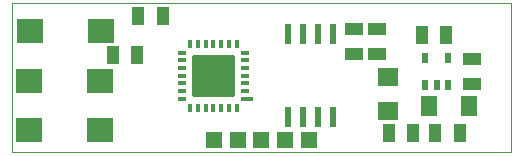
<source format=gtp>
G75*
G70*
%OFA0B0*%
%FSLAX24Y24*%
%IPPOS*%
%LPD*%
%AMOC8*
5,1,8,0,0,1.08239X$1,22.5*
%
%ADD10C,0.0000*%
%ADD11R,0.0236X0.0354*%
%ADD12C,0.0024*%
%ADD13R,0.0269X0.0128*%
%ADD14R,0.0128X0.0269*%
%ADD15R,0.0269X0.0128*%
%ADD16R,0.1367X0.1367*%
%ADD17C,0.0142*%
%ADD18R,0.0906X0.0787*%
%ADD19R,0.0433X0.0591*%
%ADD20R,0.0551X0.0709*%
%ADD21R,0.0710X0.0630*%
%ADD22R,0.0591X0.0433*%
%ADD23R,0.0236X0.0669*%
%ADD24R,0.0551X0.0551*%
D10*
X000675Y001220D02*
X000675Y006190D01*
X017307Y006190D01*
X017307Y001220D01*
X000675Y001220D01*
D11*
X014436Y003459D03*
X014810Y003459D03*
X015184Y003459D03*
X015184Y004364D03*
X014436Y004364D03*
D12*
X008662Y003049D02*
X008332Y003049D01*
X008662Y003049D02*
X008662Y002955D01*
X008332Y002955D01*
X008332Y003049D01*
X008332Y002978D02*
X008662Y002978D01*
X008662Y003001D02*
X008332Y003001D01*
X008332Y003024D02*
X008662Y003024D01*
X008662Y003047D02*
X008332Y003047D01*
D13*
X008439Y003002D03*
X008439Y003258D03*
X008439Y003514D03*
X008439Y003770D03*
X008439Y004025D03*
X008439Y004281D03*
X008439Y004537D03*
D14*
X008143Y004833D03*
X007887Y004833D03*
X007631Y004833D03*
X007375Y004833D03*
X007119Y004833D03*
X006863Y004833D03*
X006608Y004833D03*
X006608Y002706D03*
X006863Y002706D03*
X007119Y002706D03*
X007375Y002706D03*
X007631Y002706D03*
X007887Y002706D03*
X008143Y002706D03*
D15*
X006312Y003002D03*
X006312Y003258D03*
X006312Y003514D03*
X006312Y003770D03*
X006312Y004025D03*
X006312Y004281D03*
X006312Y004537D03*
D16*
X007375Y003770D03*
D17*
X006738Y004407D02*
X008012Y004407D01*
X008012Y003133D01*
X006738Y003133D01*
X006738Y004407D01*
X006738Y003274D02*
X008012Y003274D01*
X008012Y003415D02*
X006738Y003415D01*
X006738Y003556D02*
X008012Y003556D01*
X008012Y003697D02*
X006738Y003697D01*
X006738Y003838D02*
X008012Y003838D01*
X008012Y003979D02*
X006738Y003979D01*
X006738Y004120D02*
X008012Y004120D01*
X008012Y004261D02*
X006738Y004261D01*
X006738Y004402D02*
X008012Y004402D01*
D18*
X003616Y005270D03*
X001254Y005270D03*
X001234Y003600D03*
X003596Y003600D03*
X003596Y001970D03*
X001234Y001970D03*
D19*
X004012Y004450D03*
X004839Y004450D03*
X004862Y005770D03*
X005689Y005770D03*
X013212Y001870D03*
X014039Y001870D03*
X014762Y001870D03*
X015589Y001870D03*
X015139Y005120D03*
X014312Y005120D03*
D20*
X014556Y002770D03*
X015895Y002770D03*
D21*
X013205Y002610D03*
X013205Y003729D03*
D22*
X012825Y004506D03*
X012075Y004506D03*
X012075Y005333D03*
X012825Y005333D03*
X016005Y004333D03*
X016005Y003506D03*
D23*
X011375Y002389D03*
X010875Y002389D03*
X010375Y002389D03*
X009875Y002389D03*
X009875Y005169D03*
X010375Y005169D03*
X010875Y005169D03*
X011375Y005169D03*
D24*
X010545Y001620D03*
X009757Y001620D03*
X008970Y001620D03*
X008183Y001620D03*
X007395Y001620D03*
M02*

</source>
